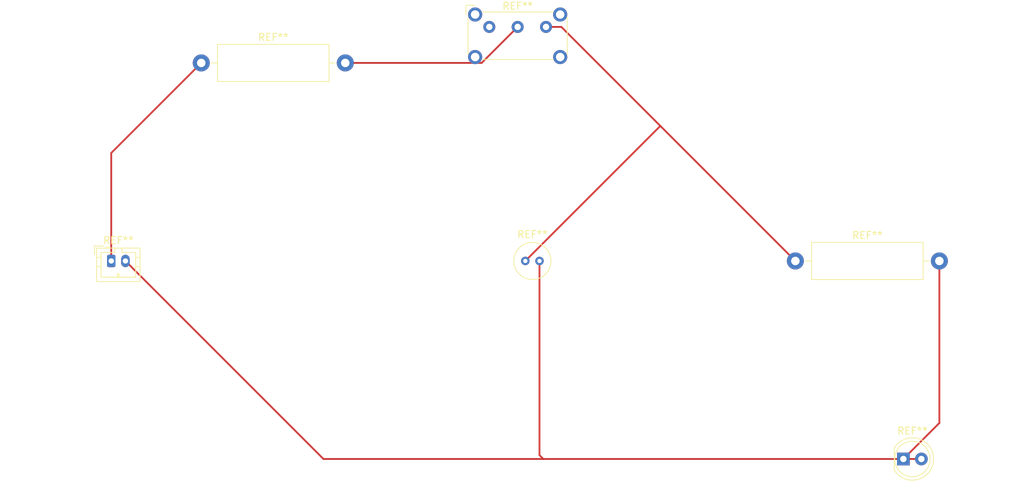
<source format=kicad_pcb>
(kicad_pcb (version 20211014) (generator pcbnew)
  (title_block (title "EE201 Lab 6 Exercise 1"))
  (layers (0 "F.Cu" signal) (31 "B.Cu" signal) (34 "B.Paste" user) (35 "F.Paste" user) (36 "B.SilkS" user "B.Silkscreen") (37 "F.SilkS" user "F.Silkscreen") (38 "B.Mask" user) (39 "F.Mask" user) (44 "Edge.Cuts" user))
  (net 0 "")
  (footprint "Capacitor_THT:C_Radial_D5.0mm_H5.0mm_P2.00mm" (layer "F.Cu") (at 93.98 101.6)
    (fp_text reference "REF**" (at 1 -3.75) (layer "F.SilkS"))
    (fp_text value "C_Radial_D5.0mm_H5.0mm_P2.00mm")
    (fp_circle (center 1 0) (end 3.62 0) (layer "F.SilkS") (width 0.12) (fill none))
    (pad "1" thru_hole circle (at 0 0) (size 1.2 1.2) (drill 0.6) (layers *.Cu *.Mask))
    (pad "2" thru_hole circle (at 2 0) (size 1.2 1.2) (drill 0.6) (layers *.Cu *.Mask))
  )
  (footprint "Button_Switch_THT:SW_E-Switch_EG1224_SPDT_Angled" (layer "F.Cu") (at 88.9 68.58)
    (fp_text reference "REF**" (at 4 -2.95) (layer "F.SilkS"))
    (fp_text value "SW_E-Switch_EG1224_SPDT_Angled")
    (fp_line (start 8.95 4.6) (end -0.95 4.6) (layer "F.SilkS") (width 0.12))
    (fp_line (start -3 3.85) (end -3 -1.35) (layer "F.SilkS") (width 0.12))
    (fp_line (start -3.3 -3.05) (end -2 -3.05) (layer "F.SilkS") (width 0.12))
    (fp_line (start -3.3 -1.75) (end -3.3 -3.05) (layer "F.SilkS") (width 0.12))
    (fp_line (start 11 -1.35) (end 11 3.85) (layer "F.SilkS") (width 0.12))
    (fp_line (start -0.95 -2.1) (end 8.95 -2.1) (layer "F.SilkS") (width 0.12))
    (pad "" thru_hole circle (at -2 4.25) (size 2 2) (drill 1.2) (layers *.Cu *.Mask))
    (pad "" thru_hole circle (at -2 -1.75) (size 2 2) (drill 1.2) (layers *.Cu *.Mask))
    (pad "" thru_hole circle (at 10 -1.75) (size 2 2) (drill 1.2) (layers *.Cu *.Mask))
    (pad "" thru_hole circle (at 10 4.25) (size 2 2) (drill 1.2) (layers *.Cu *.Mask))
    (pad "1" thru_hole circle (at 0 0) (size 1.7 1.7) (drill 0.9) (layers *.Cu *.Mask))
    (pad "2" thru_hole circle (at 4 0) (size 1.7 1.7) (drill 0.9) (layers *.Cu *.Mask))
    (pad "3" thru_hole circle (at 8 0) (size 1.7 1.7) (drill 0.9) (layers *.Cu *.Mask))
  )
  (footprint "Resistor_THT:R_Axial_DIN0516_L15.5mm_D5.0mm_P20.32mm_Horizontal" (layer "F.Cu") (at 48.26 73.66)
    (fp_text reference "REF**" (at 10.16 -3.62) (layer "F.SilkS"))
    (fp_text value "R_Axial_DIN0516_L15.5mm_D5.0mm_P20.32mm_Horizontal")
    (fp_line (start 1.44 0) (end 2.29 0) (layer "F.SilkS") (width 0.12))
    (fp_line (start 18.03 2.62) (end 18.03 -2.62) (layer "F.SilkS") (width 0.12))
    (fp_line (start 18.88 0) (end 18.03 0) (layer "F.SilkS") (width 0.12))
    (fp_line (start 2.29 2.62) (end 18.03 2.62) (layer "F.SilkS") (width 0.12))
    (fp_line (start 18.03 -2.62) (end 2.29 -2.62) (layer "F.SilkS") (width 0.12))
    (fp_line (start 2.29 -2.62) (end 2.29 2.62) (layer "F.SilkS") (width 0.12))
    (pad "1" thru_hole circle (at 0 0) (size 2.4 2.4) (drill 1.2) (layers *.Cu *.Mask))
    (pad "2" thru_hole oval (at 20.32 0) (size 2.4 2.4) (drill 1.2) (layers *.Cu *.Mask))
  )
  (footprint "Resistor_THT:R_Axial_DIN0516_L15.5mm_D5.0mm_P20.32mm_Horizontal" (layer "F.Cu") (at 132.08 101.6)
    (fp_text reference "REF**" (at 10.16 -3.62) (layer "F.SilkS"))
    (fp_text value "R_Axial_DIN0516_L15.5mm_D5.0mm_P20.32mm_Horizontal")
    (fp_line (start 18.88 0) (end 18.03 0) (layer "F.SilkS") (width 0.12))
    (fp_line (start 2.29 -2.62) (end 2.29 2.62) (layer "F.SilkS") (width 0.12))
    (fp_line (start 2.29 2.62) (end 18.03 2.62) (layer "F.SilkS") (width 0.12))
    (fp_line (start 1.44 0) (end 2.29 0) (layer "F.SilkS") (width 0.12))
    (fp_line (start 18.03 2.62) (end 18.03 -2.62) (layer "F.SilkS") (width 0.12))
    (fp_line (start 18.03 -2.62) (end 2.29 -2.62) (layer "F.SilkS") (width 0.12))
    (pad "1" thru_hole circle (at 0 0) (size 2.4 2.4) (drill 1.2) (layers *.Cu *.Mask))
    (pad "2" thru_hole oval (at 20.32 0) (size 2.4 2.4) (drill 1.2) (layers *.Cu *.Mask))
  )
  (footprint "LED_THT:LED_D5.0mm" (layer "F.Cu") (at 147.32 129.54)
    (fp_text reference "REF**" (at 1.27 -3.96) (layer "F.SilkS"))
    (fp_text value "LED_D5.0mm")
    (fp_line (start -1.29 -1.545) (end -1.29 1.545) (layer "F.SilkS") (width 0.12))
    (fp_arc (start -1.29 -1.54483) (mid 2.072002 -2.880433) (end 4.26 0.000462) (layer "F.SilkS") (width 0.12))
    (fp_arc (start 4.26 -0.000462) (mid 2.072002 2.880433) (end -1.29 1.54483) (layer "F.SilkS") (width 0.12))
    (fp_circle (center 1.27 0) (end 3.77 0) (layer "F.SilkS") (width 0.12) (fill none))
    (pad "1" thru_hole rect (at 0 0) (size 1.8 1.8) (drill 0.9) (layers *.Cu *.Mask))
    (pad "2" thru_hole circle (at 2.54 0) (size 1.8 1.8) (drill 0.9) (layers *.Cu *.Mask))
  )
  (footprint "Connector_JST:JST_PH_B2B-PH-K_1x02_P2.00mm_Vertical" (layer "F.Cu") (at 35.56 101.6)
    (fp_text reference "REF**" (at 1 -2.9) (layer "F.SilkS"))
    (fp_text value "JST_PH_B2B-PH-K_1x02_P2.00mm_Vertical")
    (fp_line (start 0.5 -1.2) (end -1.45 -1.2) (layer "F.SilkS") (width 0.12))
    (fp_line (start 4.06 -0.5) (end 3.45 -0.5) (layer "F.SilkS") (width 0.12))
    (fp_line (start -1.45 -1.2) (end -1.45 2.3) (layer "F.SilkS") (width 0.12))
    (fp_line (start -1.45 2.3) (end 3.45 2.3) (layer "F.SilkS") (width 0.12))
    (fp_line (start -0.6 -2.01) (end -0.6 -1.81) (layer "F.SilkS") (width 0.12))
    (fp_line (start 4.06 0.8) (end 3.45 0.8) (layer "F.SilkS") (width 0.12))
    (fp_line (start 0.5 -1.81) (end 0.5 -1.2) (layer "F.SilkS") (width 0.12))
    (fp_line (start 3.45 -1.2) (end 1.5 -1.2) (layer "F.SilkS") (width 0.12))
    (fp_line (start 1 2.3) (end 1 1.8) (layer "F.SilkS") (width 0.12))
    (fp_line (start 4.06 2.91) (end 4.06 -1.81) (layer "F.SilkS") (width 0.12))
    (fp_line (start -2.06 2.91) (end 4.06 2.91) (layer "F.SilkS") (width 0.12))
    (fp_line (start -2.06 -1.81) (end -2.06 2.91) (layer "F.SilkS") (width 0.12))
    (fp_line (start -0.3 -1.81) (end -0.3 -2.01) (layer "F.SilkS") (width 0.12))
    (fp_line (start -2.06 0.8) (end -1.45 0.8) (layer "F.SilkS") (width 0.12))
    (fp_line (start -2.36 -2.11) (end -2.36 -0.86) (layer "F.SilkS") (width 0.12))
    (fp_line (start 1.1 1.8) (end 1.1 2.3) (layer "F.SilkS") (width 0.12))
    (fp_line (start -1.11 -2.11) (end -2.36 -2.11) (layer "F.SilkS") (width 0.12))
    (fp_line (start -0.3 -1.91) (end -0.6 -1.91) (layer "F.SilkS") (width 0.12))
    (fp_line (start 1.5 -1.2) (end 1.5 -1.81) (layer "F.SilkS") (width 0.12))
    (fp_line (start -0.3 -2.01) (end -0.6 -2.01) (layer "F.SilkS") (width 0.12))
    (fp_line (start 0.9 2.3) (end 0.9 1.8) (layer "F.SilkS") (width 0.12))
    (fp_line (start 0.9 1.8) (end 1.1 1.8) (layer "F.SilkS") (width 0.12))
    (fp_line (start -2.06 -0.5) (end -1.45 -0.5) (layer "F.SilkS") (width 0.12))
    (fp_line (start 4.06 -1.81) (end -2.06 -1.81) (layer "F.SilkS") (width 0.12))
    (fp_line (start 3.45 2.3) (end 3.45 -1.2) (layer "F.SilkS") (width 0.12))
    (pad "1" thru_hole roundrect (at 0 0) (size 1.2 1.75) (drill 0.75) (layers *.Cu *.Mask) (roundrect_rratio 0.208333))
    (pad "2" thru_hole oval (at 2 0) (size 1.2 1.75) (drill 0.75) (layers *.Cu *.Mask))
  )
  (segment (start 96.52 129.54) (end 65.5 129.54) (width 0.25) (layer "F.Cu") (net 0))
  (segment (start 65.5 129.54) (end 37.56 101.6) (width 0.25) (layer "F.Cu") (net 0))
  (segment (start 95.98 101.6) (end 95.98 129) (width 0.25) (layer "F.Cu") (net 0))
  (segment (start 95.98 129) (end 96.52 129.54) (width 0.25) (layer "F.Cu") (net 0))
  (segment (start 152.4 124.46) (end 147.32 129.54) (width 0.25) (layer "F.Cu") (net 0))
  (segment (start 149.86 129.54) (end 96.52 129.54) (width 0.25) (layer "F.Cu") (net 0))
  (segment (start 113.03 82.55) (end 132.08 101.6) (width 0.25) (layer "F.Cu") (net 0))
  (segment (start 35.56 86.36) (end 48.26 73.66) (width 0.25) (layer "F.Cu") (net 0))
  (segment (start 99.06 68.58) (end 113.03 82.55) (width 0.25) (layer "F.Cu") (net 0))
  (segment (start 93.98 101.6) (end 113.03 82.55) (width 0.25) (layer "F.Cu") (net 0))
  (segment (start 35.56 101.6) (end 35.56 86.36) (width 0.25) (layer "F.Cu") (net 0))
  (segment (start 96.9 68.58) (end 99.06 68.58) (width 0.25) (layer "F.Cu") (net 0))
  (segment (start 152.4 101.6) (end 152.4 124.46) (width 0.25) (layer "F.Cu") (net 0))
  (segment (start 68.58 73.66) (end 87.82 73.66) (width 0.25) (layer "F.Cu") (net 0))
  (segment (start 87.82 73.66) (end 92.9 68.58) (width 0.25) (layer "F.Cu") (net 0))
)
</source>
